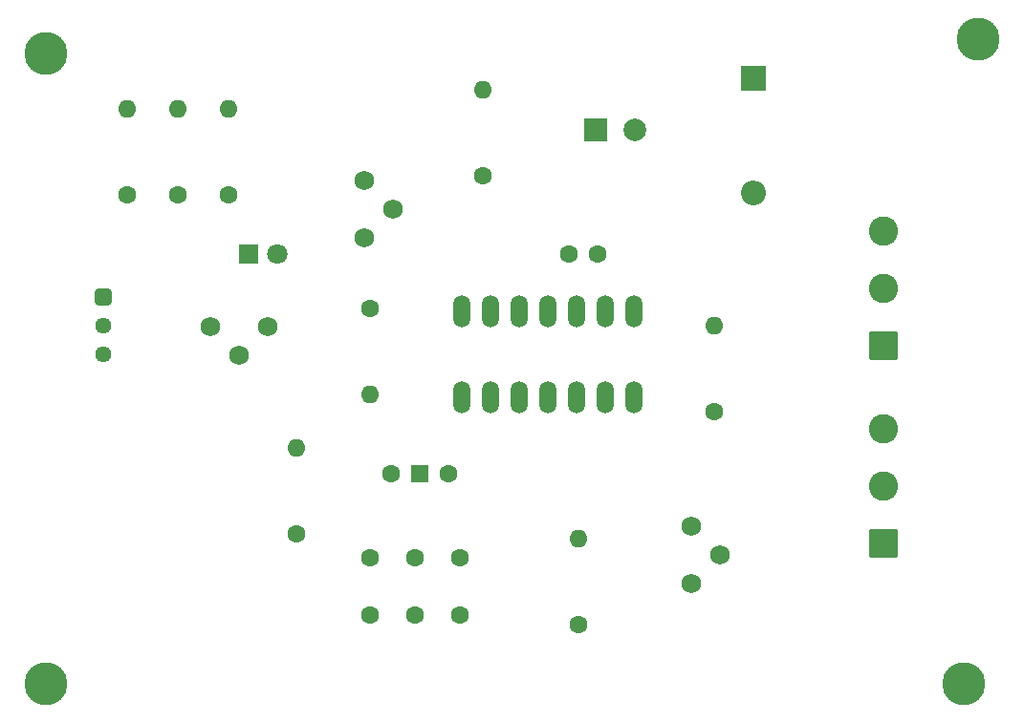
<source format=gbr>
%TF.GenerationSoftware,KiCad,Pcbnew,9.0.0*%
%TF.CreationDate,2025-04-29T18:27:41-04:00*%
%TF.ProjectId,Generador de funciones,47656e65-7261-4646-9f72-206465206675,rev?*%
%TF.SameCoordinates,Original*%
%TF.FileFunction,Soldermask,Top*%
%TF.FilePolarity,Negative*%
%FSLAX46Y46*%
G04 Gerber Fmt 4.6, Leading zero omitted, Abs format (unit mm)*
G04 Created by KiCad (PCBNEW 9.0.0) date 2025-04-29 18:27:41*
%MOMM*%
%LPD*%
G01*
G04 APERTURE LIST*
G04 Aperture macros list*
%AMRoundRect*
0 Rectangle with rounded corners*
0 $1 Rounding radius*
0 $2 $3 $4 $5 $6 $7 $8 $9 X,Y pos of 4 corners*
0 Add a 4 corners polygon primitive as box body*
4,1,4,$2,$3,$4,$5,$6,$7,$8,$9,$2,$3,0*
0 Add four circle primitives for the rounded corners*
1,1,$1+$1,$2,$3*
1,1,$1+$1,$4,$5*
1,1,$1+$1,$6,$7*
1,1,$1+$1,$8,$9*
0 Add four rect primitives between the rounded corners*
20,1,$1+$1,$2,$3,$4,$5,0*
20,1,$1+$1,$4,$5,$6,$7,0*
20,1,$1+$1,$6,$7,$8,$9,0*
20,1,$1+$1,$8,$9,$2,$3,0*%
G04 Aperture macros list end*
%ADD10R,2.000000X2.000000*%
%ADD11C,2.000000*%
%ADD12RoundRect,0.250000X-0.470000X-0.470000X0.470000X-0.470000X0.470000X0.470000X-0.470000X0.470000X0*%
%ADD13C,1.440000*%
%ADD14C,1.750000*%
%ADD15C,1.600000*%
%ADD16O,1.600000X1.600000*%
%ADD17R,1.800000X1.800000*%
%ADD18C,1.800000*%
%ADD19R,2.200000X2.200000*%
%ADD20O,2.200000X2.200000*%
%ADD21C,2.600000*%
%ADD22C,3.800000*%
%ADD23RoundRect,0.250000X1.050000X-1.050000X1.050000X1.050000X-1.050000X1.050000X-1.050000X-1.050000X0*%
%ADD24R,1.500000X1.500000*%
%ADD25O,1.524800X2.845600*%
G04 APERTURE END LIST*
D10*
%TO.C,C1*%
X179500000Y-52500000D03*
D11*
X183000000Y-52500000D03*
%TD*%
D12*
%TO.C,RV2*%
X135890000Y-67310000D03*
D13*
X135890000Y-69850000D03*
X135890000Y-72390000D03*
%TD*%
D14*
%TO.C,RV1*%
X187960000Y-87630000D03*
X190500000Y-90170000D03*
X187960000Y-92710000D03*
%TD*%
D15*
%TO.C,R1*%
X142500000Y-58310000D03*
D16*
X142500000Y-50690000D03*
%TD*%
D17*
%TO.C,D2*%
X148730000Y-63500000D03*
D18*
X151270000Y-63500000D03*
%TD*%
D15*
%TO.C,R5*%
X147000000Y-58310000D03*
D16*
X147000000Y-50690000D03*
%TD*%
D15*
%TO.C,R2*%
X138000000Y-58310000D03*
D16*
X138000000Y-50690000D03*
%TD*%
D15*
%TO.C,R4*%
X178000000Y-96360000D03*
D16*
X178000000Y-88740000D03*
%TD*%
D19*
%TO.C,D1*%
X193500000Y-47920000D03*
D20*
X193500000Y-58080000D03*
%TD*%
D21*
%TO.C,REF\u002A\u002A*%
X130810000Y-45720000D03*
D22*
X130810000Y-45720000D03*
%TD*%
D23*
%TO.C,J1*%
X205000000Y-71660000D03*
D21*
X205000000Y-66580000D03*
X205000000Y-61500000D03*
%TD*%
D24*
%TO.C,SW1*%
X163960000Y-83000000D03*
D15*
X161420000Y-83000000D03*
X166500000Y-83000000D03*
%TD*%
D21*
%TO.C,REF\u002A\u002A*%
X130810000Y-101600000D03*
D22*
X130810000Y-101600000D03*
%TD*%
D15*
%TO.C,R8*%
X153000000Y-88310000D03*
D16*
X153000000Y-80690000D03*
%TD*%
D14*
%TO.C,RV4*%
X159000000Y-57000000D03*
X161540000Y-59540000D03*
X159000000Y-62080000D03*
%TD*%
D21*
%TO.C,REF\u002A\u002A*%
X212090000Y-101600000D03*
D22*
X212090000Y-101600000D03*
%TD*%
D25*
%TO.C,IC1*%
X182880000Y-68580000D03*
X180340000Y-68580000D03*
X177800000Y-68580000D03*
X175260000Y-68580000D03*
X172720000Y-68580000D03*
X170180000Y-68580000D03*
X167640000Y-68580000D03*
X167640000Y-76200000D03*
X170180000Y-76200000D03*
X172720000Y-76200000D03*
X175260000Y-76200000D03*
X177800000Y-76200000D03*
X180340000Y-76200000D03*
X182880000Y-76200000D03*
%TD*%
D15*
%TO.C,C3*%
X159500000Y-95500000D03*
X159500000Y-90500000D03*
%TD*%
%TO.C,C4*%
X163500000Y-95500000D03*
X163500000Y-90500000D03*
%TD*%
D21*
%TO.C,REF\u002A\u002A*%
X213360000Y-44450000D03*
D22*
X213360000Y-44450000D03*
%TD*%
D15*
%TO.C,R7*%
X169500000Y-56620000D03*
D16*
X169500000Y-49000000D03*
%TD*%
D23*
%TO.C,J2*%
X205000000Y-89160000D03*
D21*
X205000000Y-84080000D03*
X205000000Y-79000000D03*
%TD*%
D14*
%TO.C,RV3*%
X150460000Y-69960000D03*
X147920000Y-72500000D03*
X145380000Y-69960000D03*
%TD*%
D15*
%TO.C,C5*%
X167500000Y-95500000D03*
X167500000Y-90500000D03*
%TD*%
%TO.C,R3*%
X190000000Y-77470000D03*
D16*
X190000000Y-69850000D03*
%TD*%
D15*
%TO.C,R6*%
X159500000Y-68380000D03*
D16*
X159500000Y-76000000D03*
%TD*%
D15*
%TO.C,C2*%
X177125000Y-63500000D03*
X179625000Y-63500000D03*
%TD*%
M02*

</source>
